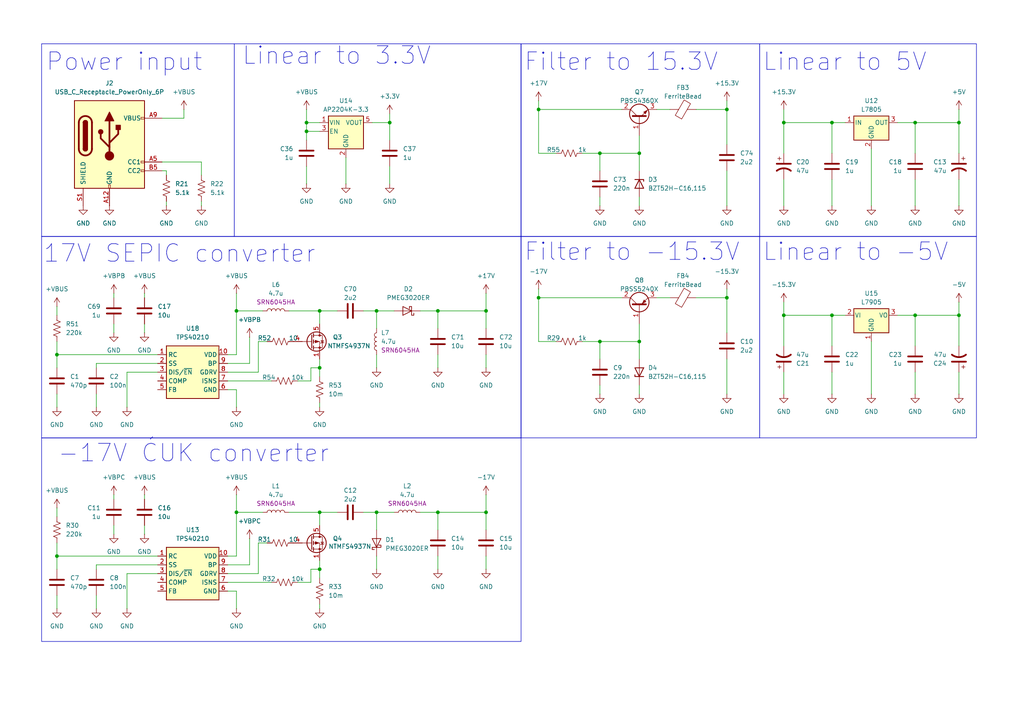
<source format=kicad_sch>
(kicad_sch (version 20231120) (generator "eeschema") (generator_version "8.0")
  (paper "A4")
  (lib_symbols
    (symbol "Connector:USB_C_Receptacle_PowerOnly_6P" (pin_names (offset 1.016))
      (property "Reference" "J" (at 0 16.51 0))
      (property "Value" "USB_C_Receptacle_PowerOnly_6P" (at 0 13.97 0))
      (symbol "USB_C_Receptacle_PowerOnly_6P_1_1"
        (pin passive line (at 0 -17.78 90) (length 5.08) (name "GND") (number "A12"))
        (pin bidirectional line (at 15.24 -5.08 180) (length 5.08) (name "CC1") (number "A5"))
        (pin passive line (at 15.24 7.62 180) (length 5.08) (name "VBUS") (number "A9"))
        (pin passive line (at 0 -17.78 90) (length 5.08) hide (name "GND") (number "B12"))
        (pin bidirectional line (at 15.24 -7.62 180) (length 5.08) (name "CC2") (number "B5"))
        (pin passive line (at 15.24 7.62 180) (length 5.08) hide (name "VBUS") (number "B9"))
        (pin passive line (at -7.62 -17.78 90) (length 5.08) (name "SHIELD") (number "S1"))
      )
    )
    (symbol "Device:C" (pin_numbers hide) (pin_names (offset 0.254))
      (property "Reference" "C" (at 0.635 2.54 0))
      (property "Value" "C" (at 0.635 -2.54 0))
      (symbol "C_1_1"
        (pin passive line (at 0 3.81 270) (length 2.794) (name "~") (number "1"))
        (pin passive line (at 0 -3.81 90) (length 2.794) (name "~") (number "2"))
      )
    )
    (symbol "Device:C_Polarized_US" (pin_numbers hide) (pin_names (offset 0.254) hide)
      (property "Reference" "C" (at 0.635 2.54 0))
      (property "Value" "C_Polarized_US" (at 0.635 -2.54 0))
      (symbol "C_Polarized_US_1_1"
        (pin passive line (at 0 3.81 270) (length 2.794) (name "~") (number "1"))
        (pin passive line (at 0 -3.81 90) (length 3.302) (name "~") (number "2"))
      )
    )
    (symbol "Device:FerriteBead" (pin_numbers hide) (pin_names (offset 0))
      (property "Reference" "FB" (at -3.81 0.635 90))
      (property "Value" "FerriteBead" (at 3.81 0 90))
      (symbol "FerriteBead_1_1"
        (pin passive line (at 0 3.81 270) (length 2.54) (name "~") (number "1"))
        (pin passive line (at 0 -3.81 90) (length 2.54) (name "~") (number "2"))
      )
    )
    (symbol "Device:R_US" (pin_numbers hide) (pin_names (offset 0))
      (property "Reference" "R" (at 2.54 0 90))
      (property "Value" "R_US" (at -2.54 0 90))
      (symbol "R_US_1_1"
        (pin passive line (at 0 3.81 270) (length 1.27) (name "~") (number "1"))
        (pin passive line (at 0 -3.81 90) (length 1.27) (name "~") (number "2"))
      )
    )
    (symbol "Diode:BZV55C62" (pin_numbers hide) (pin_names hide)
      (property "Reference" "D" (at 0 2.54 0))
      (property "Value" "BZV55C62" (at 0 -2.54 0))
      (symbol "BZV55C62_1_1"
        (pin passive line (at -3.81 0 0) (length 2.54) (name "K") (number "1"))
        (pin passive line (at 3.81 0 180) (length 2.54) (name "A") (number "2"))
      )
    )
    (symbol "Diode:PMEG3020ER" (pin_numbers hide) (pin_names hide)
      (property "Reference" "D" (at 0 2.54 0))
      (property "Value" "PMEG3020ER" (at 0 -2.54 0))
      (symbol "PMEG3020ER_1_1"
        (pin passive line (at -3.81 0 0) (length 2.54) (name "K") (number "1"))
        (pin passive line (at 3.81 0 180) (length 2.54) (name "A") (number "2"))
      )
    )
    (symbol "PSG:TPS40210"
      (property "Reference" "U" (at 7.62 3.556 0))
      (property "Value" "TPS40210" (at 7.874 1.27 0))
      (symbol "TPS40210_1_1"
        (pin input line (at -2.54 -2.54 0) (length 2.54) (name "RC") (number "1"))
        (pin input line (at 17.78 -2.54 180) (length 2.54) (name "VDD") (number "10"))
        (pin power_in line (at -2.54 -5.08 0) (length 2.54) (name "SS") (number "2"))
        (pin input line (at -2.54 -7.62 0) (length 2.54) (name "DIS/~{EN}") (number "3"))
        (pin input line (at -2.54 -10.16 0) (length 2.54) (name "COMP") (number "4"))
        (pin input line (at -2.54 -12.7 0) (length 2.54) (name "FB") (number "5"))
        (pin power_in line (at 17.78 -12.7 180) (length 2.54) (name "GND") (number "6"))
        (pin input line (at 17.78 -10.16 180) (length 2.54) (name "ISNS") (number "7"))
        (pin input line (at 17.78 -7.62 180) (length 2.54) (name "GDRV") (number "8"))
        (pin input line (at 17.78 -5.08 180) (length 2.54) (name "BP") (number "9"))
      )
    )
    (symbol "Regulator_Linear:AP2204K-3.3" (pin_names (offset 0.254))
      (property "Reference" "U" (at -5.08 5.715 0))
      (property "Value" "AP2204K-3.3" (at 0 5.715 0))
      (symbol "AP2204K-3.3_1_1"
        (pin power_in line (at -7.62 2.54 0) (length 2.54) (name "VIN") (number "1"))
        (pin power_in line (at 0 -7.62 90) (length 2.54) (name "GND") (number "2"))
        (pin input line (at -7.62 0 0) (length 2.54) (name "EN") (number "3"))
        (pin no_connect line (at 5.08 0 180) (length 2.54) hide (name "NC") (number "4"))
        (pin power_out line (at 7.62 2.54 180) (length 2.54) (name "VOUT") (number "5"))
      )
    )
    (symbol "Regulator_Linear:L7805" (pin_names (offset 0.254))
      (property "Reference" "U" (at -3.81 3.175 0))
      (property "Value" "L7805" (at 0 3.175 0))
      (symbol "L7805_1_1"
        (pin power_in line (at -7.62 0 0) (length 2.54) (name "IN") (number "1"))
        (pin power_in line (at 0 -7.62 90) (length 2.54) (name "GND") (number "2"))
        (pin power_out line (at 7.62 0 180) (length 2.54) (name "OUT") (number "3"))
      )
    )
    (symbol "Regulator_Linear:L7905" (pin_names (offset 0.254))
      (property "Reference" "U" (at -3.81 -3.175 0))
      (property "Value" "L7905" (at 0 -3.175 0))
      (symbol "L7905_1_1"
        (pin power_in line (at 0 7.62 270) (length 2.54) (name "GND") (number "1"))
        (pin power_in line (at -7.62 0 0) (length 2.54) (name "VI") (number "2"))
        (pin power_out line (at 7.62 0 180) (length 2.54) (name "VO") (number "3"))
      )
    )
    (symbol "Transistor_BJT:BCX52" (pin_names (offset 0) hide)
      (property "Reference" "Q" (at 5.08 1.905 0))
      (property "Value" "BCX52" (at 5.08 0 0))
      (symbol "BCX52_1_1"
        (pin input line (at -5.08 0 0) (length 5.08) (name "B") (number "1"))
        (pin passive line (at 2.54 5.08 270) (length 2.54) (name "C") (number "2"))
        (pin passive line (at 2.54 -5.08 90) (length 2.54) (name "E") (number "3"))
      )
    )
    (symbol "Transistor_BJT:KTD1624" (pin_names (offset 0) hide)
      (property "Reference" "Q" (at 5.08 1.905 0))
      (property "Value" "KTD1624" (at 5.08 0 0))
      (symbol "KTD1624_1_1"
        (pin input line (at -5.08 0 0) (length 5.08) (name "B") (number "1"))
        (pin passive line (at 2.54 5.08 270) (length 2.54) (name "C") (number "2"))
        (pin passive line (at 2.54 -5.08 90) (length 2.54) (name "E") (number "3"))
      )
    )
    (symbol "Transistor_FET:DMP3013SFV" (pin_names hide)
      (property "Reference" "Q" (at 5.08 1.905 0))
      (property "Value" "DMP3013SFV" (at 5.08 0 0))
      (symbol "DMP3013SFV_1_1"
        (pin passive line (at 2.54 -5.08 90) (length 2.54) (name "S") (number "1"))
        (pin passive line (at 2.54 -5.08 90) (length 2.54) hide (name "S") (number "2"))
        (pin passive line (at 2.54 -5.08 90) (length 2.54) hide (name "S") (number "3"))
        (pin passive line (at -5.08 0 0) (length 2.54) (name "G") (number "4"))
        (pin passive line (at 2.54 5.08 270) (length 2.54) (name "D") (number "5"))
      )
    )
    (symbol "power:+10V" (power) (pin_numbers hide) (pin_names (offset 0) hide)
      (property "Value" "+10V" (at 0 3.556 0))
      (symbol "+10V_1_1"
        (pin power_in line (at 0 0 90) (length 0) (name "~") (number "1"))
      )
    )
    (symbol "power:+5V" (power) (pin_numbers hide) (pin_names (offset 0) hide)
      (property "Value" "+5V" (at 0 3.556 0))
      (symbol "+5V_1_1"
        (pin power_in line (at 0 0 90) (length 0) (name "~") (number "1"))
      )
    )
    (symbol "power:GND" (power) (pin_numbers hide) (pin_names (offset 0) hide)
      (property "Value" "GND" (at 0 -3.81 0))
      (symbol "GND_1_1"
        (pin power_in line (at 0 0 270) (length 0) (name "~") (number "1"))
      )
    )
    (symbol "solar_push_pull_sym_lib:SRN6045HA-4R7Y" (pin_numbers hide) (pin_names (offset 1.016) hide)
      (property "Reference" "L1" (at 5.08 0 90))
      (property "Value" "4.7u" (at 2.54 0 90))
      (property "Partname" "SRN6045HA" (at -2.54 0 90))
      (symbol "SRN6045HA-4R7Y_1_1"
        (pin passive line (at 0 3.81 270) (length 1.27) (name "1") (number "1"))
        (pin passive line (at 0 -3.81 90) (length 1.27) (name "2") (number "2"))
      )
    )
  )
  (junction (at 227.33 35.56))
  (junction (at 185.42 99.06))
  (junction (at 265.43 91.44))
  (junction (at 68.58 148.59))
  (junction (at 140.97 90.17))
  (junction (at 92.71 148.59))
  (junction (at 241.3 91.44))
  (junction (at 113.03 35.56))
  (junction (at 92.71 165.1))
  (junction (at 88.9 38.1))
  (junction (at 92.71 90.17))
  (junction (at 127 90.17))
  (junction (at 127 148.59))
  (junction (at 68.58 90.17))
  (junction (at 241.3 35.56))
  (junction (at 140.97 148.59))
  (junction (at 156.21 86.36))
  (junction (at 210.82 86.36))
  (junction (at 109.22 148.59))
  (junction (at 278.13 35.56))
  (junction (at 185.42 44.45))
  (junction (at 278.13 91.44))
  (junction (at 88.9 35.56))
  (junction (at 173.99 99.06))
  (junction (at 92.71 106.68))
  (junction (at 16.51 161.29))
  (junction (at 210.82 31.75))
  (junction (at 156.21 31.75))
  (junction (at 173.99 44.45))
  (junction (at 227.33 91.44))
  (junction (at 109.22 90.17))
  (junction (at 265.43 35.56))
  (junction (at 16.51 102.87))
  (wire (pts (xy 241.3 91.44) (xy 245.11 91.44)))
  (wire (pts (xy 68.58 113.03) (xy 66.04 113.03)))
  (wire (pts (xy 185.42 49.53) (xy 185.42 44.45)))
  (wire (pts (xy 210.82 29.21) (xy 210.82 31.75)))
  (wire (pts (xy 127 90.17) (xy 140.97 90.17)))
  (wire (pts (xy 92.71 148.59) (xy 92.71 152.4)))
  (wire (pts (xy 109.22 148.59) (xy 109.22 153.67)))
  (wire (pts (xy 16.51 99.06) (xy 16.51 102.87)))
  (wire (pts (xy 227.33 35.56) (xy 227.33 44.45)))
  (wire (pts (xy 88.9 48.26) (xy 88.9 53.34)))
  (wire (pts (xy 92.71 106.68) (xy 92.71 109.22)))
  (wire (pts (xy 48.26 50.8) (xy 48.26 49.53)))
  (wire (pts (xy 107.95 35.56) (xy 113.03 35.56)))
  (wire (pts (xy 16.51 88.9) (xy 16.51 91.44)))
  (wire (pts (xy 53.34 31.75) (xy 53.34 34.29)))
  (wire (pts (xy 127 148.59) (xy 140.97 148.59)))
  (wire (pts (xy 100.33 53.34) (xy 100.33 45.72)))
  (wire (pts (xy 16.51 102.87) (xy 45.72 102.87)))
  (wire (pts (xy 58.42 59.69) (xy 58.42 58.42)))
  (wire (pts (xy 53.34 34.29) (xy 46.99 34.29)))
  (wire (pts (xy 68.58 90.17) (xy 76.2 90.17)))
  (wire (pts (xy 113.03 33.02) (xy 113.03 35.56)))
  (wire (pts (xy 265.43 35.56) (xy 265.43 44.45)))
  (wire (pts (xy 241.3 114.3) (xy 241.3 107.95)))
  (wire (pts (xy 265.43 52.07) (xy 265.43 59.69)))
  (wire (pts (xy 278.13 114.3) (xy 278.13 107.95)))
  (wire (pts (xy 74.93 99.06) (xy 74.93 107.95)))
  (wire (pts (xy 48.26 49.53) (xy 46.99 49.53)))
  (wire (pts (xy 72.39 97.79) (xy 72.39 105.41)))
  (wire (pts (xy 241.3 91.44) (xy 241.3 100.33)))
  (wire (pts (xy 90.17 110.49) (xy 86.36 110.49)))
  (wire (pts (xy 278.13 31.75) (xy 278.13 35.56)))
  (wire (pts (xy 156.21 86.36) (xy 180.34 86.36)))
  (wire (pts (xy 227.33 91.44) (xy 227.33 100.33)))
  (wire (pts (xy 36.83 166.37) (xy 45.72 166.37)))
  (wire (pts (xy 88.9 35.56) (xy 92.71 35.56)))
  (wire (pts (xy 210.82 86.36) (xy 210.82 96.52)))
  (wire (pts (xy 68.58 148.59) (xy 76.2 148.59)))
  (wire (pts (xy 156.21 83.82) (xy 156.21 86.36)))
  (wire (pts (xy 36.83 176.53) (xy 36.83 166.37)))
  (wire (pts (xy 210.82 83.82) (xy 210.82 86.36)))
  (wire (pts (xy 68.58 102.87) (xy 66.04 102.87)))
  (wire (pts (xy 185.42 59.69) (xy 185.42 57.15)))
  (wire (pts (xy 210.82 104.14) (xy 210.82 114.3)))
  (wire (pts (xy 127 102.87) (xy 127 106.68)))
  (wire (pts (xy 88.9 38.1) (xy 88.9 35.56)))
  (wire (pts (xy 41.91 93.98) (xy 41.91 96.52)))
  (wire (pts (xy 83.82 90.17) (xy 92.71 90.17)))
  (wire (pts (xy 92.71 165.1) (xy 92.71 167.64)))
  (wire (pts (xy 190.5 31.75) (xy 194.31 31.75)))
  (wire (pts (xy 92.71 176.53) (xy 92.71 175.26)))
  (wire (pts (xy 109.22 102.87) (xy 109.22 106.68)))
  (wire (pts (xy 92.71 104.14) (xy 92.71 106.68)))
  (wire (pts (xy 185.42 104.14) (xy 185.42 99.06)))
  (wire (pts (xy 278.13 59.69) (xy 278.13 52.07)))
  (wire (pts (xy 90.17 165.1) (xy 92.71 165.1)))
  (wire (pts (xy 140.97 161.29) (xy 140.97 165.1)))
  (wire (pts (xy 260.35 91.44) (xy 265.43 91.44)))
  (wire (pts (xy 156.21 31.75) (xy 180.34 31.75)))
  (wire (pts (xy 27.94 105.41) (xy 27.94 106.68)))
  (wire (pts (xy 68.58 85.09) (xy 68.58 90.17)))
  (wire (pts (xy 140.97 148.59) (xy 140.97 153.67)))
  (wire (pts (xy 90.17 106.68) (xy 92.71 106.68)))
  (wire (pts (xy 109.22 148.59) (xy 114.3 148.59)))
  (wire (pts (xy 88.9 38.1) (xy 88.9 40.64)))
  (wire (pts (xy 127 90.17) (xy 127 95.25)))
  (wire (pts (xy 58.42 46.99) (xy 58.42 50.8)))
  (wire (pts (xy 33.02 93.98) (xy 33.02 96.52)))
  (wire (pts (xy 46.99 46.99) (xy 58.42 46.99)))
  (wire (pts (xy 127 161.29) (xy 127 165.1)))
  (wire (pts (xy 83.82 148.59) (xy 92.71 148.59)))
  (wire (pts (xy 252.73 43.18) (xy 252.73 59.69)))
  (wire (pts (xy 278.13 91.44) (xy 278.13 100.33)))
  (wire (pts (xy 16.51 147.32) (xy 16.51 149.86)))
  (wire (pts (xy 66.04 168.91) (xy 78.74 168.91)))
  (wire (pts (xy 185.42 114.3) (xy 185.42 111.76)))
  (wire (pts (xy 66.04 110.49) (xy 78.74 110.49)))
  (wire (pts (xy 227.33 114.3) (xy 227.33 107.95)))
  (wire (pts (xy 16.51 172.72) (xy 16.51 176.53)))
  (wire (pts (xy 168.91 44.45) (xy 173.99 44.45)))
  (wire (pts (xy 33.02 85.09) (xy 33.02 86.36)))
  (wire (pts (xy 227.33 59.69) (xy 227.33 52.07)))
  (wire (pts (xy 121.92 90.17) (xy 127 90.17)))
  (wire (pts (xy 185.42 44.45) (xy 185.42 39.37)))
  (wire (pts (xy 36.83 118.11) (xy 36.83 107.95)))
  (wire (pts (xy 173.99 44.45) (xy 173.99 49.53)))
  (wire (pts (xy 92.71 148.59) (xy 97.79 148.59)))
  (wire (pts (xy 90.17 168.91) (xy 86.36 168.91)))
  (wire (pts (xy 168.91 99.06) (xy 173.99 99.06)))
  (wire (pts (xy 260.35 35.56) (xy 265.43 35.56)))
  (wire (pts (xy 210.82 31.75) (xy 210.82 41.91)))
  (wire (pts (xy 68.58 118.11) (xy 68.58 113.03)))
  (wire (pts (xy 227.33 31.75) (xy 227.33 35.56)))
  (wire (pts (xy 16.51 114.3) (xy 16.51 118.11)))
  (wire (pts (xy 265.43 107.95) (xy 265.43 114.3)))
  (wire (pts (xy 210.82 49.53) (xy 210.82 59.69)))
  (wire (pts (xy 74.93 107.95) (xy 66.04 107.95)))
  (wire (pts (xy 156.21 31.75) (xy 156.21 44.45)))
  (wire (pts (xy 92.71 90.17) (xy 92.71 93.98)))
  (wire (pts (xy 173.99 59.69) (xy 173.99 57.15)))
  (wire (pts (xy 278.13 35.56) (xy 278.13 44.45)))
  (wire (pts (xy 140.97 90.17) (xy 140.97 95.25)))
  (wire (pts (xy 68.58 171.45) (xy 66.04 171.45)))
  (wire (pts (xy 68.58 176.53) (xy 68.58 171.45)))
  (wire (pts (xy 113.03 48.26) (xy 113.03 53.34)))
  (wire (pts (xy 140.97 85.09) (xy 140.97 90.17)))
  (wire (pts (xy 45.72 163.83) (xy 27.94 163.83)))
  (wire (pts (xy 36.83 107.95) (xy 45.72 107.95)))
  (wire (pts (xy 41.91 152.4) (xy 41.91 154.94)))
  (wire (pts (xy 173.99 99.06) (xy 173.99 104.14)))
  (wire (pts (xy 92.71 118.11) (xy 92.71 116.84)))
  (wire (pts (xy 92.71 162.56) (xy 92.71 165.1)))
  (wire (pts (xy 278.13 87.63) (xy 278.13 91.44)))
  (wire (pts (xy 68.58 143.51) (xy 68.58 148.59)))
  (wire (pts (xy 109.22 90.17) (xy 114.3 90.17)))
  (wire (pts (xy 161.29 99.06) (xy 156.21 99.06)))
  (wire (pts (xy 241.3 35.56) (xy 241.3 44.45)))
  (wire (pts (xy 27.94 163.83) (xy 27.94 165.1)))
  (wire (pts (xy 92.71 90.17) (xy 97.79 90.17)))
  (wire (pts (xy 227.33 35.56) (xy 241.3 35.56)))
  (wire (pts (xy 190.5 86.36) (xy 194.31 86.36)))
  (wire (pts (xy 27.94 172.72) (xy 27.94 176.53)))
  (wire (pts (xy 156.21 86.36) (xy 156.21 99.06)))
  (wire (pts (xy 16.51 157.48) (xy 16.51 161.29)))
  (wire (pts (xy 72.39 156.21) (xy 72.39 163.83)))
  (wire (pts (xy 140.97 102.87) (xy 140.97 106.68)))
  (wire (pts (xy 278.13 35.56) (xy 265.43 35.56)))
  (wire (pts (xy 74.93 157.48) (xy 77.47 157.48)))
  (wire (pts (xy 127 148.59) (xy 127 153.67)))
  (wire (pts (xy 41.91 143.51) (xy 41.91 144.78)))
  (wire (pts (xy 90.17 106.68) (xy 90.17 110.49)))
  (wire (pts (xy 33.02 143.51) (xy 33.02 144.78)))
  (wire (pts (xy 241.3 35.56) (xy 245.11 35.56)))
  (wire (pts (xy 90.17 165.1) (xy 90.17 168.91)))
  (wire (pts (xy 156.21 29.21) (xy 156.21 31.75)))
  (wire (pts (xy 109.22 90.17) (xy 109.22 95.25)))
  (wire (pts (xy 33.02 152.4) (xy 33.02 154.94)))
  (wire (pts (xy 92.71 38.1) (xy 88.9 38.1)))
  (wire (pts (xy 278.13 91.44) (xy 265.43 91.44)))
  (wire (pts (xy 74.93 166.37) (xy 66.04 166.37)))
  (wire (pts (xy 265.43 91.44) (xy 265.43 100.33)))
  (wire (pts (xy 68.58 90.17) (xy 68.58 102.87)))
  (wire (pts (xy 185.42 44.45) (xy 173.99 44.45)))
  (wire (pts (xy 241.3 59.69) (xy 241.3 52.07)))
  (wire (pts (xy 72.39 163.83) (xy 66.04 163.83)))
  (wire (pts (xy 68.58 161.29) (xy 66.04 161.29)))
  (wire (pts (xy 252.73 99.06) (xy 252.73 114.3)))
  (wire (pts (xy 27.94 114.3) (xy 27.94 118.11)))
  (wire (pts (xy 109.22 161.29) (xy 109.22 165.1)))
  (wire (pts (xy 41.91 85.09) (xy 41.91 86.36)))
  (wire (pts (xy 185.42 99.06) (xy 185.42 93.98)))
  (wire (pts (xy 74.93 157.48) (xy 74.93 166.37)))
  (wire (pts (xy 201.93 31.75) (xy 210.82 31.75)))
  (wire (pts (xy 140.97 143.51) (xy 140.97 148.59)))
  (wire (pts (xy 16.51 161.29) (xy 16.51 165.1)))
  (wire (pts (xy 68.58 148.59) (xy 68.58 161.29)))
  (wire (pts (xy 16.51 102.87) (xy 16.51 106.68)))
  (wire (pts (xy 113.03 40.64) (xy 113.03 35.56)))
  (wire (pts (xy 185.42 99.06) (xy 173.99 99.06)))
  (wire (pts (xy 227.33 91.44) (xy 241.3 91.44)))
  (wire (pts (xy 88.9 31.75) (xy 88.9 35.56)))
  (wire (pts (xy 45.72 105.41) (xy 27.94 105.41)))
  (wire (pts (xy 161.29 44.45) (xy 156.21 44.45)))
  (wire (pts (xy 105.41 148.59) (xy 109.22 148.59)))
  (wire (pts (xy 72.39 105.41) (xy 66.04 105.41)))
  (wire (pts (xy 227.33 87.63) (xy 227.33 91.44)))
  (wire (pts (xy 48.26 59.69) (xy 48.26 58.42)))
  (wire (pts (xy 16.51 161.29) (xy 45.72 161.29)))
  (wire (pts (xy 74.93 99.06) (xy 77.47 99.06)))
  (wire (pts (xy 201.93 86.36) (xy 210.82 86.36)))
  (wire (pts (xy 105.41 90.17) (xy 109.22 90.17)))
  (wire (pts (xy 121.92 148.59) (xy 127 148.59)))
  (wire (pts (xy 173.99 114.3) (xy 173.99 111.76)))
  (rectangle (start 151.13 68.58) (end 220.345 127))
  (rectangle (start 220.345 12.7) (end 283.21 68.58))
  (rectangle (start 220.345 68.58) (end 283.21 127))
  (rectangle (start 12.065 127) (end 151.13 186.055))
  (rectangle (start 151.13 12.7) (end 220.345 68.58))
  (rectangle (start 12.065 12.7) (end 67.945 68.58))
  (rectangle (start 12.065 68.58) (end 151.13 127))
  (rectangle (start 67.945 12.7) (end 151.13 68.58))
  (text "Filter to 15.3V\n" (at 151.892 18.034 0) (effects (font (size 5.08 5.08)) (justify left)))
  (text "Linear to 5V" (at 221.107 18.034 0) (effects (font (size 5.08 5.08)) (justify left)))
  (text "Linear to -5V" (at 221.107 73.152 0) (effects (font (size 5.08 5.08)) (justify left)))
  (text "-17V ĆUK converter" (at 56.134 131.572 0) (effects (font (size 5.08 5.08))))
  (text "Filter to -15.3V" (at 151.892 73.152 0) (effects (font (size 5.08 5.08)) (justify left)))
  (text "17V SEPIC converter" (at 52.07 73.66 0) (effects (font (size 5.08 5.08))))
  (text "Power input\n" (at 36.068 18.034 0) (effects (font (size 5.08 5.08))))
  (text "Linear to 3.3V" (at 70.104 16.256 0) (effects (font (size 5.08 5.08)) (justify left)))
  (symbol (lib_id "Diode:BZV55C62") (at 185.42 53.34 270) (unit 1)
    (property "Reference" "D3" (at 187.96 52.0699 90) (effects (justify left)))
    (property "Value" "BZT52H-C16,115" (at 187.96 54.6099 90) (effects (justify left)))
    (property "Footprint" "Diode_SMD:D_SOD-123F" (effects (hide yes)))
    (property "Datasheet" "https://assets.nexperia.com/documents/data-sheet/BZV55_SER.pdf" (effects (hide yes)))
    (property "Description" "62V, 500mW, 5%, Zener diode, MiniMELF" (effects (hide yes)))
  )
  (symbol (lib_id "power:+5V") (at 72.39 97.79 0) (unit 1)
    (property "Reference" "#PWR0178" (effects (hide yes)))
    (property "Value" "+VBPB" (at 72.39 92.71 0))
    (property "Description" "Power symbol creates a global label with name \"+5V\"" (effects (hide yes)))
  )
  (symbol (lib_id "power:+5V") (at 156.21 83.82 0) (unit 1)
    (property "Reference" "#PWR051" (effects (hide yes)))
    (property "Value" "-17V" (at 156.21 78.74 0))
    (property "Description" "Power symbol creates a global label with name \"+5V\"" (effects (hide yes)))
  )
  (symbol (lib_id "Device:C") (at 265.43 48.26 0) (unit 1)
    (property "Reference" "C18" (at 261.62 46.99 0) (effects (justify right)))
    (property "Value" "1u" (at 261.62 49.53 0) (effects (justify right)))
    (property "Footprint" "Resistor_SMD:R_0603_1608Metric_Pad0.98x0.95mm_HandSolder" (effects (hide yes)))
  )
  (symbol (lib_id "Device:R_US") (at 48.26 54.61 180) (unit 1)
    (property "Reference" "R21" (at 50.8 53.3399 0) (effects (justify right)))
    (property "Value" "5.1k" (at 50.8 55.8799 0) (effects (justify right)))
    (property "Footprint" "Resistor_SMD:R_0603_1608Metric_Pad0.98x0.95mm_HandSolder" (effects (hide yes)))
    (property "Description" "Resistor, US symbol" (effects (hide yes)))
  )
  (symbol (lib_id "power:GND") (at 16.51 118.11 0) (unit 1)
    (property "Reference" "#PWR01" (effects (hide yes)))
    (property "Value" "GND" (at 16.51 123.19 0))
    (property "Description" "Power symbol creates a global label with name \"GND\" , ground" (effects (hide yes)))
  )
  (symbol (lib_id "Device:C") (at 210.82 45.72 180) (unit 1)
    (property "Reference" "C74" (at 214.63 44.4499 0) (effects (justify right)))
    (property "Value" "2u2" (at 214.63 46.9899 0) (effects (justify right)))
    (property "Footprint" "Resistor_SMD:R_1206_3216Metric_Pad1.30x1.75mm_HandSolder" (effects (hide yes)))
  )
  (symbol (lib_id "power:GND") (at 241.3 114.3 0) (unit 1)
    (property "Reference" "#PWR078" (effects (hide yes)))
    (property "Value" "GND" (at 241.3 119.38 0))
    (property "Description" "Power symbol creates a global label with name \"GND\" , ground" (effects (hide yes)))
  )
  (symbol (lib_id "power:+5V") (at 68.58 85.09 0) (unit 1)
    (property "Reference" "#PWR03" (effects (hide yes)))
    (property "Value" "+VBUS" (at 68.58 80.01 0))
    (property "Description" "Power symbol creates a global label with name \"+5V\"" (effects (hide yes)))
  )
  (symbol (lib_id "Device:C") (at 241.3 104.14 0) (mirror y) (unit 1)
    (property "Reference" "C22" (at 245.11 102.87 0) (effects (justify right)))
    (property "Value" "1u" (at 245.11 105.41 0) (effects (justify right)))
    (property "Footprint" "Resistor_SMD:R_0603_1608Metric_Pad0.98x0.95mm_HandSolder" (effects (hide yes)))
  )
  (symbol (lib_id "power:+5V") (at 140.97 85.09 0) (unit 1)
    (property "Reference" "#PWR0185" (effects (hide yes)))
    (property "Value" "+17V" (at 140.97 80.01 0))
    (property "Description" "Power symbol creates a global label with name \"+5V\"" (effects (hide yes)))
  )
  (symbol (lib_id "Regulator_Linear:AP2204K-3.3") (at 100.33 38.1 0) (unit 1)
    (property "Reference" "U14" (at 100.33 29.21 0))
    (property "Value" "AP2204K-3.3" (at 100.33 31.75 0))
    (property "Footprint" "Package_TO_SOT_SMD:SOT-23-5" (effects (hide yes)))
    (property "Datasheet" "https://www.diodes.com/assets/Datasheets/AP2204.pdf" (effects (hide yes)))
    (property "Description" "150mA low dropout linear regulator, wide input voltage range, 3.3V fixed positive output, SOT-23-5" (effects (hide yes)))
  )
  (symbol (lib_id "power:GND") (at 173.99 114.3 0) (unit 1)
    (property "Reference" "#PWR052" (effects (hide yes)))
    (property "Value" "GND" (at 173.99 119.38 0))
    (property "Description" "Power symbol creates a global label with name \"GND\" , ground" (effects (hide yes)))
  )
  (symbol (lib_id "Device:C") (at 88.9 44.45 0) (unit 1)
    (property "Reference" "C36" (at 85.09 43.18 0) (effects (justify right)))
    (property "Value" "1u" (at 85.09 45.72 0) (effects (justify right)))
    (property "Footprint" "Resistor_SMD:R_0603_1608Metric_Pad0.98x0.95mm_HandSolder" (effects (hide yes)))
  )
  (symbol (lib_id "Device:C") (at 27.94 168.91 0) (unit 1)
    (property "Reference" "C8" (at 31.75 167.6399 0) (effects (justify left)))
    (property "Value" "100n" (at 31.75 170.1799 0) (effects (justify left)))
    (property "Footprint" "Resistor_SMD:R_0603_1608Metric_Pad0.98x0.95mm_HandSolder" (effects (hide yes)))
  )
  (symbol (lib_id "Device:C") (at 140.97 99.06 0) (mirror y) (unit 1)
    (property "Reference" "C72" (at 144.78 97.7899 0) (effects (justify right)))
    (property "Value" "10u" (at 144.78 100.3299 0) (effects (justify right)))
    (property "Footprint" "Resistor_SMD:R_1206_3216Metric" (effects (hide yes)))
  )
  (symbol (lib_id "power:+5V") (at 88.9 31.75 0) (unit 1)
    (property "Reference" "#PWR039" (effects (hide yes)))
    (property "Value" "+VBUS" (at 88.9 26.67 0))
    (property "Description" "Power symbol creates a global label with name \"+5V\"" (effects (hide yes)))
  )
  (symbol (lib_id "power:GND") (at 185.42 59.69 0) (unit 1)
    (property "Reference" "#PWR0188" (effects (hide yes)))
    (property "Value" "GND" (at 185.42 64.77 0))
    (property "Description" "Power symbol creates a global label with name \"GND\" , ground" (effects (hide yes)))
  )
  (symbol (lib_id "power:+5V") (at 53.34 31.75 0) (unit 1)
    (property "Reference" "#PWR035" (effects (hide yes)))
    (property "Value" "+VBUS" (at 53.34 26.67 0))
    (property "Description" "Power symbol creates a global label with name \"+5V\"" (effects (hide yes)))
  )
  (symbol (lib_id "power:GND") (at 41.91 96.52 0) (unit 1)
    (property "Reference" "#PWR0192" (effects (hide yes)))
    (property "Value" "GND" (at 41.91 101.6 0))
    (property "Description" "Power symbol creates a global label with name \"GND\" , ground" (effects (hide yes)))
  )
  (symbol (lib_id "Device:C") (at 41.91 148.59 0) (mirror y) (unit 1)
    (property "Reference" "C16" (at 45.72 147.3199 0) (effects (justify right)))
    (property "Value" "10u" (at 45.72 149.8599 0) (effects (justify right)))
    (property "Footprint" "Resistor_SMD:R_1206_3216Metric" (effects (hide yes)))
  )
  (symbol (lib_id "Device:C") (at 41.91 90.17 0) (mirror y) (unit 1)
    (property "Reference" "C17" (at 45.72 88.8999 0) (effects (justify right)))
    (property "Value" "10u" (at 45.72 91.4399 0) (effects (justify right)))
    (property "Footprint" "Resistor_SMD:R_1206_3216Metric" (effects (hide yes)))
  )
  (symbol (lib_id "power:+5V") (at 33.02 85.09 0) (unit 1)
    (property "Reference" "#PWR0179" (effects (hide yes)))
    (property "Value" "+VBPB" (at 33.02 80.01 0))
    (property "Description" "Power symbol creates a global label with name \"+5V\"" (effects (hide yes)))
  )
  (symbol (lib_id "power:GND") (at 210.82 114.3 0) (unit 1)
    (property "Reference" "#PWR090" (effects (hide yes)))
    (property "Value" "GND" (at 210.82 119.38 0))
    (property "Description" "Power symbol creates a global label with name \"GND\" , ground" (effects (hide yes)))
  )
  (symbol (lib_id "power:GND") (at 109.22 106.68 0) (unit 1)
    (property "Reference" "#PWR0182" (effects (hide yes)))
    (property "Value" "GND" (at 109.22 111.76 0))
    (property "Description" "Power symbol creates a global label with name \"GND\" , ground" (effects (hide yes)))
  )
  (symbol (lib_id "power:+5V") (at 72.39 156.21 0) (unit 1)
    (property "Reference" "#PWR091" (effects (hide yes)))
    (property "Value" "+VBPC" (at 72.39 151.13 0))
    (property "Description" "Power symbol creates a global label with name \"+5V\"" (effects (hide yes)))
  )
  (symbol (lib_id "power:GND") (at 31.75 59.69 0) (unit 1)
    (property "Reference" "#PWR033" (effects (hide yes)))
    (property "Value" "GND" (at 31.75 64.77 0))
    (property "Description" "Power symbol creates a global label with name \"GND\" , ground" (effects (hide yes)))
  )
  (symbol (lib_id "Device:C") (at 33.02 148.59 0) (unit 1)
    (property "Reference" "C11" (at 29.21 147.32 0) (effects (justify right)))
    (property "Value" "1u" (at 29.21 149.86 0) (effects (justify right)))
    (property "Footprint" "Resistor_SMD:R_0603_1608Metric_Pad0.98x0.95mm_HandSolder" (effects (hide yes)))
  )
  (symbol (lib_id "Device:R_US") (at 81.28 99.06 270) (unit 1)
    (property "Reference" "R52" (at 76.708 98.044 90))
    (property "Value" "10" (at 85.09 98.044 90))
    (property "Footprint" "Resistor_SMD:R_0603_1608Metric_Pad0.98x0.95mm_HandSolder" (effects (hide yes)))
    (property "Description" "Resistor, US symbol" (effects (hide yes)))
  )
  (symbol (lib_id "power:+5V") (at 16.51 147.32 0) (unit 1)
    (property "Reference" "#PWR046" (effects (hide yes)))
    (property "Value" "+VBUS" (at 16.51 142.24 0))
    (property "Description" "Power symbol creates a global label with name \"+5V\"" (effects (hide yes)))
  )
  (symbol (lib_id "power:+5V") (at 210.82 29.21 0) (unit 1)
    (property "Reference" "#PWR0187" (effects (hide yes)))
    (property "Value" "+15.3V" (at 210.82 24.13 0))
    (property "Description" "Power symbol creates a global label with name \"+5V\"" (effects (hide yes)))
  )
  (symbol (lib_id "Device:C") (at 173.99 53.34 0) (mirror y) (unit 1)
    (property "Reference" "C73" (at 177.8 52.0699 0) (effects (justify right)))
    (property "Value" "220n" (at 177.8 54.6099 0) (effects (justify right)))
    (property "Footprint" "Resistor_SMD:R_0603_1608Metric_Pad0.98x0.95mm_HandSolder" (effects (hide yes)))
  )
  (symbol (lib_id "power:GND") (at 185.42 114.3 0) (unit 1)
    (property "Reference" "#PWR088" (effects (hide yes)))
    (property "Value" "GND" (at 185.42 119.38 0))
    (property "Description" "Power symbol creates a global label with name \"GND\" , ground" (effects (hide yes)))
  )
  (symbol (lib_id "Device:R_US") (at 82.55 168.91 270) (unit 1)
    (property "Reference" "R32" (at 77.978 167.894 90))
    (property "Value" "10k" (at 86.36 167.894 90))
    (property "Footprint" "Resistor_SMD:R_0603_1608Metric_Pad0.98x0.95mm_HandSolder" (effects (hide yes)))
    (property "Description" "Resistor, US symbol" (effects (hide yes)))
  )
  (symbol (lib_id "power:GND") (at 241.3 59.69 0) (unit 1)
    (property "Reference" "#PWR084" (effects (hide yes)))
    (property "Value" "GND" (at 241.3 64.77 0))
    (property "Description" "Power symbol creates a global label with name \"GND\" , ground" (effects (hide yes)))
  )
  (symbol (lib_id "power:GND") (at 88.9 53.34 0) (unit 1)
    (property "Reference" "#PWR0104" (effects (hide yes)))
    (property "Value" "GND" (at 88.9 58.42 0))
    (property "Description" "Power symbol creates a global label with name \"GND\" , ground" (effects (hide yes)))
  )
  (symbol (lib_id "Device:FerriteBead") (at 198.12 31.75 90) (unit 1)
    (property "Reference" "FB3" (at 198.0692 25.4 90))
    (property "Value" "FerriteBead" (at 198.0692 27.94 90))
    (property "Description" "Ferrite bead" (effects (hide yes)))
  )
  (symbol (lib_id "Regulator_Linear:L7805") (at 252.73 35.56 0) (unit 1)
    (property "Reference" "U12" (at 252.73 29.21 0))
    (property "Value" "L7805" (at 252.73 31.75 0))
    (property "Footprint" "Package_TO_SOT_THT:TO-220-3_Vertical" (effects (hide yes)))
    (property "Datasheet" "http://www.st.com/content/ccc/resource/technical/document/datasheet/41/4f/b3/b0/12/d4/47/88/CD00000444.pdf/files/CD00000444.pdf/jcr:content/translations/en.CD00000444.pdf" (effects (hide yes)))
    (property "Description" "Positive 1.5A 35V Linear Regulator, Fixed Output 5V, TO-220/TO-263/TO-252" (effects (hide yes)))
  )
  (symbol (lib_id "Diode:BZV55C62") (at 185.42 107.95 90) (unit 1)
    (property "Reference" "D4" (at 187.96 106.6799 90) (effects (justify right)))
    (property "Value" "BZT52H-C16,115" (at 187.96 109.2199 90) (effects (justify right)))
    (property "Footprint" "Diode_SMD:D_SOD-123F" (effects (hide yes)))
    (property "Datasheet" "https://assets.nexperia.com/documents/data-sheet/BZV55_SER.pdf" (effects (hide yes)))
    (property "Description" "62V, 500mW, 5%, Zener diode, MiniMELF" (effects (hide yes)))
  )
  (symbol (lib_id "power:GND") (at 210.82 59.69 0) (unit 1)
    (property "Reference" "#PWR0189" (effects (hide yes)))
    (property "Value" "GND" (at 210.82 64.77 0))
    (property "Description" "Power symbol creates a global label with name \"GND\" , ground" (effects (hide yes)))
  )
  (symbol (lib_id "power:GND") (at 227.33 114.3 0) (unit 1)
    (property "Reference" "#PWR077" (effects (hide yes)))
    (property "Value" "GND" (at 227.33 119.38 0))
    (property "Description" "Power symbol creates a global label with name \"GND\" , ground" (effects (hide yes)))
  )
  (symbol (lib_id "Device:FerriteBead") (at 198.12 86.36 90) (unit 1)
    (property "Reference" "FB4" (at 198.0692 80.01 90))
    (property "Value" "FerriteBead" (at 198.0692 82.55 90))
    (property "Description" "Ferrite bead" (effects (hide yes)))
  )
  (symbol (lib_id "Device:C") (at 241.3 48.26 0) (mirror y) (unit 1)
    (property "Reference" "C19" (at 245.11 46.99 0) (effects (justify right)))
    (property "Value" "1u" (at 245.11 49.53 0) (effects (justify right)))
    (property "Footprint" "Resistor_SMD:R_0603_1608Metric_Pad0.98x0.95mm_HandSolder" (effects (hide yes)))
  )
  (symbol (lib_id "Diode:PMEG3020ER") (at 109.22 157.48 90) (unit 1)
    (property "Reference" "D1" (at 111.76 156.5274 90) (effects (justify right)))
    (property "Value" "PMEG3020ER" (at 111.76 159.0674 90) (effects (justify right)))
    (property "Footprint" "Diode_SMD:D_SOD-128" (effects (hide yes)))
    (property "Datasheet" "https://assets.nexperia.com/documents/data-sheet/PMEG3020ER.pdf" (effects (hide yes)))
    (property "Description" "30V, 2A low Vf MEGA Schottky barrier rectifier, SOD-123W" (effects (hide yes)))
  )
  (symbol (lib_id "power:GND") (at 278.13 59.69 0) (unit 1)
    (property "Reference" "#PWR087" (effects (hide yes)))
    (property "Value" "GND" (at 278.13 64.77 0))
    (property "Description" "Power symbol creates a global label with name \"GND\" , ground" (effects (hide yes)))
  )
  (symbol (lib_id "power:+5V") (at 227.33 87.63 0) (unit 1)
    (property "Reference" "#PWR038" (effects (hide yes)))
    (property "Value" "-15.3V" (at 227.33 82.55 0))
    (property "Description" "Power symbol creates a global label with name \"+5V\"" (effects (hide yes)))
  )
  (symbol (lib_id "Device:C") (at 127 99.06 0) (mirror y) (unit 1)
    (property "Reference" "C71" (at 130.81 97.7899 0) (effects (justify right)))
    (property "Value" "10u" (at 130.81 100.3299 0) (effects (justify right)))
    (property "Footprint" "Resistor_SMD:R_1206_3216Metric" (effects (hide yes)))
  )
  (symbol (lib_id "Device:R_US") (at 165.1 99.06 270) (unit 1)
    (property "Reference" "R29" (at 160.528 98.044 90))
    (property "Value" "1k" (at 168.91 98.044 90))
    (property "Footprint" "Resistor_SMD:R_0603_1608Metric_Pad0.98x0.95mm_HandSolder" (effects (hide yes)))
    (property "Description" "Resistor, US symbol" (effects (hide yes)))
  )
  (symbol (lib_id "power:GND") (at 16.51 176.53 0) (unit 1)
    (property "Reference" "#PWR047" (effects (hide yes)))
    (property "Value" "GND" (at 16.51 181.61 0))
    (property "Description" "Power symbol creates a global label with name \"GND\" , ground" (effects (hide yes)))
  )
  (symbol (lib_id "power:GND") (at 27.94 176.53 0) (unit 1)
    (property "Reference" "#PWR048" (effects (hide yes)))
    (property "Value" "GND" (at 27.94 181.61 0))
    (property "Description" "Power symbol creates a global label with name \"GND\" , ground" (effects (hide yes)))
  )
  (symbol (lib_id "power:GND") (at 24.13 59.69 0) (unit 1)
    (property "Reference" "#PWR032" (effects (hide yes)))
    (property "Value" "GND" (at 24.13 64.77 0))
    (property "Description" "Power symbol creates a global label with name \"GND\" , ground" (effects (hide yes)))
  )
  (symbol (lib_id "Transistor_FET:DMP3013SFV") (at 90.17 99.06 0) (unit 1)
    (property "Reference" "Q3" (at 96.52 97.7899 0) (effects (justify left)))
    (property "Value" "NTMFS4937N" (at 94.996 100.33 0) (effects (justify left)))
    (property "Footprint" "Package_SO:PowerPAK_SO-8_Single" (effects (hide yes)))
    (property "Datasheet" "https://www.diodes.com/assets/Datasheets/DMP3013SFV.pdf" (effects (hide yes)))
    (property "Description" "-12A Id, -30V Vds, P-Channel Power MOSFET, 9.5mOhm Ron, 33.7nC Qg (typ), PowerDI3333-8" (effects (hide yes)))
  )
  (symbol (lib_id "power:GND") (at 278.13 114.3 0) (unit 1)
    (property "Reference" "#PWR082" (effects (hide yes)))
    (property "Value" "GND" (at 278.13 119.38 0))
    (property "Description" "Power symbol creates a global label with name \"GND\" , ground" (effects (hide yes)))
  )
  (symbol (lib_id "Device:C_Polarized_US") (at 278.13 48.26 0) (mirror y) (unit 1)
    (property "Reference" "C13" (at 274.574 46.99 0) (effects (justify left)))
    (property "Value" "47u" (at 274.574 49.53 0) (effects (justify left)))
    (property "Footprint" "Capacitor_THT:CP_Radial_D5.0mm_P2.00mm" (effects (hide yes)))
    (property "Description" "Polarized capacitor, US symbol" (effects (hide yes)))
  )
  (symbol (lib_id "power:GND") (at 48.26 59.69 0) (unit 1)
    (property "Reference" "#PWR034" (effects (hide yes)))
    (property "Value" "GND" (at 48.26 64.77 0))
    (property "Description" "Power symbol creates a global label with name \"GND\" , ground" (effects (hide yes)))
  )
  (symbol (lib_id "Device:C") (at 113.03 44.45 0) (mirror y) (unit 1)
    (property "Reference" "C37" (at 116.84 43.18 0) (effects (justify right)))
    (property "Value" "1u" (at 116.84 45.72 0) (effects (justify right)))
    (property "Footprint" "Resistor_SMD:R_0603_1608Metric_Pad0.98x0.95mm_HandSolder" (effects (hide yes)))
  )
  (symbol (lib_id "Device:R_US") (at 165.1 44.45 270) (unit 1)
    (property "Reference" "R55" (at 160.528 43.434 90))
    (property "Value" "1k" (at 168.91 43.434 90))
    (property "Footprint" "Resistor_SMD:R_0603_1608Metric_Pad0.98x0.95mm_HandSolder" (effects (hide yes)))
    (property "Description" "Resistor, US symbol" (effects (hide yes)))
  )
  (symbol (lib_id "power:GND") (at 265.43 59.69 0) (unit 1)
    (property "Reference" "#PWR086" (effects (hide yes)))
    (property "Value" "GND" (at 265.43 64.77 0))
    (property "Description" "Power symbol creates a global label with name \"GND\" , ground" (effects (hide yes)))
  )
  (symbol (lib_id "PSG:TPS40210") (at 48.26 158.75 0) (unit 1)
    (property "Reference" "U13" (at 55.88 153.67 0))
    (property "Value" "TPS40210" (at 55.88 156.21 0))
    (property "Footprint" "Package_SO:HVSSOP-10-1EP_3x3mm_P0.5mm_EP1.57x1.88mm" (effects (hide yes)))
    (property "Datasheet" "https://www.ti.com/lit/gpn/TPS40210-Q1" (effects (hide yes)))
  )
  (symbol (lib_id "power:+5V") (at 156.21 29.21 0) (unit 1)
    (property "Reference" "#PWR0190" (effects (hide yes)))
    (property "Value" "+17V" (at 156.21 24.13 0))
    (property "Description" "Power symbol creates a global label with name \"+5V\"" (effects (hide yes)))
  )
  (symbol (lib_id "power:GND") (at 33.02 154.94 0) (unit 1)
    (property "Reference" "#PWR050" (effects (hide yes)))
    (property "Value" "GND" (at 33.02 160.02 0))
    (property "Description" "Power symbol creates a global label with name \"GND\" , ground" (effects (hide yes)))
  )
  (symbol (lib_id "Diode:PMEG3020ER") (at 118.11 90.17 180) (unit 1)
    (property "Reference" "D2" (at 118.4275 83.82 0))
    (property "Value" "PMEG3020ER" (at 118.4275 86.36 0))
    (property "Footprint" "Diode_SMD:D_SOD-128" (effects (hide yes)))
    (property "Datasheet" "https://assets.nexperia.com/documents/data-sheet/PMEG3020ER.pdf" (effects (hide yes)))
    (property "Description" "30V, 2A low Vf MEGA Schottky barrier rectifier, SOD-123W" (effects (hide yes)))
  )
  (symbol (lib_id "power:GND") (at 127 106.68 0) (unit 1)
    (property "Reference" "#PWR0183" (effects (hide yes)))
    (property "Value" "GND" (at 127 111.76 0))
    (property "Description" "Power symbol creates a global label with name \"GND\" , ground" (effects (hide yes)))
  )
  (symbol (lib_id "power:+5V") (at 41.91 143.51 0) (unit 1)
    (property "Reference" "#PWR0102" (effects (hide yes)))
    (property "Value" "+VBUS" (at 41.91 138.43 0))
    (property "Description" "Power symbol creates a global label with name \"+5V\"" (effects (hide yes)))
  )
  (symbol (lib_id "power:+5V") (at 33.02 143.51 0) (unit 1)
    (property "Reference" "#PWR049" (effects (hide yes)))
    (property "Value" "+VBPC" (at 33.02 138.43 0))
    (property "Description" "Power symbol creates a global label with name \"+5V\"" (effects (hide yes)))
  )
  (symbol (lib_id "solar_push_pull_sym_lib:SRN6045HA-4R7Y") (at 109.22 99.06 180) (unit 1)
    (property "Reference" "L7" (at 110.49 96.5199 0) (effects (justify right)))
    (property "Value" "4.7u" (at 110.49 99.0599 0) (effects (justify right)))
    (property "Footprint" "Inductor_SMD:L_Bourns_SRN6045TA" (effects (hide yes)))
    (property "Partname" "SRN6045HA" (at 110.49 101.5999 0) (effects (justify right)))
  )
  (symbol (lib_id "Device:C") (at 173.99 107.95 0) (mirror y) (unit 1)
    (property "Reference" "C9" (at 177.8 106.6799 0) (effects (justify right)))
    (property "Value" "220n" (at 177.8 109.2199 0) (effects (justify right)))
    (property "Footprint" "Resistor_SMD:R_0603_1608Metric_Pad0.98x0.95mm_HandSolder" (effects (hide yes)))
  )
  (symbol (lib_id "power:+5V") (at 16.51 88.9 0) (unit 1)
    (property "Reference" "#PWR02" (effects (hide yes)))
    (property "Value" "+VBUS" (at 16.51 83.82 0))
    (property "Description" "Power symbol creates a global label with name \"+5V\"" (effects (hide yes)))
  )
  (symbol (lib_id "solar_push_pull_sym_lib:SRN6045HA-4R7Y") (at 118.11 148.59 90) (unit 1)
    (property "Reference" "L2" (at 118.11 140.97 90))
    (property "Value" "4.7u" (at 118.11 143.51 90))
    (property "Footprint" "Inductor_SMD:L_Bourns_SRN6045TA" (effects (hide yes)))
    (property "Partname" "SRN6045HA" (at 118.11 146.05 90))
  )
  (symbol (lib_id "Transistor_FET:DMP3013SFV") (at 90.17 157.48 0) (unit 1)
    (property "Reference" "Q4" (at 96.52 156.2099 0) (effects (justify left)))
    (property "Value" "NTMFS4937N" (at 95.25 158.496 0) (effects (justify left)))
    (property "Footprint" "Package_SO:PowerPAK_SO-8_Single" (effects (hide yes)))
    (property "Datasheet" "https://www.diodes.com/assets/Datasheets/DMP3013SFV.pdf" (effects (hide yes)))
    (property "Description" "-12A Id, -30V Vds, P-Channel Power MOSFET, 9.5mOhm Ron, 33.7nC Qg (typ), PowerDI3333-8" (effects (hide yes)))
  )
  (symbol (lib_id "power:GND") (at 252.73 59.69 0) (unit 1)
    (property "Reference" "#PWR085" (effects (hide yes)))
    (property "Value" "GND" (at 252.73 64.77 0))
    (property "Description" "Power symbol creates a global label with name \"GND\" , ground" (effects (hide yes)))
  )
  (symbol (lib_id "power:+5V") (at 68.58 143.51 0) (unit 1)
    (property "Reference" "#PWR076" (effects (hide yes)))
    (property "Value" "+VBUS" (at 68.58 138.43 0))
    (property "Description" "Power symbol creates a global label with name \"+5V\"" (effects (hide yes)))
  )
  (symbol (lib_id "Device:C") (at 101.6 90.17 90) (unit 1)
    (property "Reference" "C70" (at 101.6 83.82 90))
    (property "Value" "2u2" (at 101.6 86.36 90))
    (property "Footprint" "Resistor_SMD:R_1206_3216Metric_Pad1.30x1.75mm_HandSolder" (effects (hide yes)))
  )
  (symbol (lib_id "Device:C") (at 33.02 90.17 0) (unit 1)
    (property "Reference" "C69" (at 29.21 88.9 0) (effects (justify right)))
    (property "Value" "1u" (at 29.21 91.44 0) (effects (justify right)))
    (property "Footprint" "Resistor_SMD:R_0603_1608Metric_Pad0.98x0.95mm_HandSolder" (effects (hide yes)))
  )
  (symbol (lib_id "Device:C") (at 16.51 168.91 0) (unit 1)
    (property "Reference" "C7" (at 20.32 167.6399 0) (effects (justify left)))
    (property "Value" "470p" (at 20.32 170.1799 0) (effects (justify left)))
    (property "Footprint" "Resistor_SMD:R_0603_1608Metric_Pad0.98x0.95mm_HandSolder" (effects (hide yes)))
  )
  (symbol (lib_id "Device:R_US") (at 82.55 110.49 270) (unit 1)
    (property "Reference" "R54" (at 77.978 109.474 90))
    (property "Value" "10k" (at 86.36 109.474 90))
    (property "Footprint" "Resistor_SMD:R_0603_1608Metric_Pad0.98x0.95mm_HandSolder" (effects (hide yes)))
    (property "Description" "Resistor, US symbol" (effects (hide yes)))
  )
  (symbol (lib_id "solar_push_pull_sym_lib:SRN6045HA-4R7Y") (at 80.01 90.17 90) (unit 1)
    (property "Reference" "L6" (at 80.01 82.55 90))
    (property "Value" "4.7u" (at 80.01 85.09 90))
    (property "Footprint" "Inductor_SMD:L_Bourns_SRN6045TA" (effects (hide yes)))
    (property "Partname" "SRN6045HA" (at 80.01 87.63 90))
  )
  (symbol (lib_id "Regulator_Linear:L7905") (at 252.73 91.44 0) (mirror x) (unit 1)
    (property "Reference" "U15" (at 252.73 85.09 0))
    (property "Value" "L7905" (at 252.73 87.63 0))
    (property "Footprint" "Package_TO_SOT_THT:TO-220-3_Vertical" (effects (hide yes)))
    (property "Datasheet" "http://www.st.com/content/ccc/resource/technical/document/datasheet/c9/16/86/41/c7/2b/45/f2/CD00000450.pdf/files/CD00000450.pdf/jcr:content/translations/en.CD00000450.pdf" (effects (hide yes)))
    (property "Description" "Negative 1.5A 35V Linear Regulator, Fixed Output -5V, TO-220/TO-263" (effects (hide yes)))
  )
  (symbol (lib_id "Device:R_US") (at 92.71 171.45 0) (unit 1)
    (property "Reference" "R33" (at 95.25 170.1799 0) (effects (justify left)))
    (property "Value" "10m" (at 95.25 172.7199 0) (effects (justify left)))
    (property "Footprint" "Resistor_SMD:R_2512_6332Metric_Pad1.40x3.35mm_HandSolder" (effects (hide yes)))
    (property "Description" "Resistor, US symbol" (effects (hide yes)))
  )
  (symbol (lib_id "power:GND") (at 113.03 53.34 0) (mirror y) (unit 1)
    (property "Reference" "#PWR0105" (effects (hide yes)))
    (property "Value" "GND" (at 113.03 58.42 0))
    (property "Description" "Power symbol creates a global label with name \"GND\" , ground" (effects (hide yes)))
  )
  (symbol (lib_id "power:GND") (at 227.33 59.69 0) (unit 1)
    (property "Reference" "#PWR083" (effects (hide yes)))
    (property "Value" "GND" (at 227.33 64.77 0))
    (property "Description" "Power symbol creates a global label with name \"GND\" , ground" (effects (hide yes)))
  )
  (symbol (lib_id "Transistor_BJT:BCX52") (at 185.42 88.9 90) (unit 1)
    (property "Reference" "Q8" (at 185.42 81.28 90))
    (property "Value" "PBSS5240X" (at 185.42 83.82 90))
    (property "Footprint" "Package_TO_SOT_SMD:SOT-89-3" (effects (hide yes)))
    (property "Datasheet" "http://www.infineon.com/dgdl/bcx51_bcx52_bcx53.pdf" (effects (hide yes)))
    (property "Description" "1A Ic, 60V Vce, PNP Medium Power Transistor, SOT-89" (effects (hide yes)))
  )
  (symbol (lib_id "power:GND") (at 27.94 118.11 0) (unit 1)
    (property "Reference" "#PWR04" (effects (hide yes)))
    (property "Value" "GND" (at 27.94 123.19 0))
    (property "Description" "Power symbol creates a global label with name \"GND\" , ground" (effects (hide yes)))
  )
  (symbol (lib_id "solar_push_pull_sym_lib:SRN6045HA-4R7Y") (at 80.01 148.59 90) (unit 1)
    (property "Reference" "L1" (at 80.01 140.97 90))
    (property "Value" "4.7u" (at 80.01 143.51 90))
    (property "Footprint" "Inductor_SMD:L_Bourns_SRN6045TA" (effects (hide yes)))
    (property "Partname" "SRN6045HA" (at 80.01 146.05 90))
  )
  (symbol (lib_id "power:GND") (at 173.99 59.69 0) (unit 1)
    (property "Reference" "#PWR0186" (effects (hide yes)))
    (property "Value" "GND" (at 173.99 64.77 0))
    (property "Description" "Power symbol creates a global label with name \"GND\" , ground" (effects (hide yes)))
  )
  (symbol (lib_id "power:+5V") (at 113.03 33.02 0) (unit 1)
    (property "Reference" "#PWR0101" (effects (hide yes)))
    (property "Value" "+3.3V" (at 113.03 27.94 0))
    (property "Description" "Power symbol creates a global label with name \"+5V\"" (effects (hide yes)))
  )
  (symbol (lib_id "Transistor_BJT:KTD1624") (at 185.42 34.29 90) (unit 1)
    (property "Reference" "Q7" (at 185.42 26.67 90))
    (property "Value" "PBSS4360X" (at 185.42 29.21 90))
    (property "Footprint" "Package_TO_SOT_SMD:SOT-89-3" (effects (hide yes)))
    (property "Datasheet" "http://www2.kec.co.kr/data/databook/pdf/KTD/Eng/KTD1624.pdf" (effects (hide yes)))
    (property "Description" "Epitaxial Planar NPN Transistor, SOT-89" (effects (hide yes)))
  )
  (symbol (lib_id "Device:C") (at 27.94 110.49 0) (unit 1)
    (property "Reference" "C2" (at 31.75 109.2199 0) (effects (justify left)))
    (property "Value" "100n" (at 31.75 111.7599 0) (effects (justify left)))
    (property "Footprint" "Resistor_SMD:R_0603_1608Metric_Pad0.98x0.95mm_HandSolder" (effects (hide yes)))
  )
  (symbol (lib_id "Device:R_US") (at 16.51 153.67 180) (unit 1)
    (property "Reference" "R30" (at 19.05 152.3999 0) (effects (justify right)))
    (property "Value" "220k" (at 19.05 154.9399 0) (effects (justify right)))
    (property "Footprint" "Resistor_SMD:R_0603_1608Metric_Pad0.98x0.95mm_HandSolder" (effects (hide yes)))
    (property "Description" "Resistor, US symbol" (effects (hide yes)))
  )
  (symbol (lib_id "Connector:USB_C_Receptacle_PowerOnly_6P") (at 31.75 41.91 0) (unit 1)
    (property "Reference" "J2" (at 31.75 24.13 0))
    (property "Value" "USB_C_Receptacle_PowerOnly_6P" (at 31.75 26.67 0))
    (property "Footprint" "Connector_USB:USB_C_Receptacle_GCT_USB4125-xx-x_6P_TopMnt_Horizontal" (effects (hide yes)))
    (property "Datasheet" "https://www.usb.org/sites/default/files/documents/usb_type-c.zip" (effects (hide yes)))
    (property "Description" "USB Power-Only 6P Type-C Receptacle connector" (effects (hide yes)))
  )
  (symbol (lib_id "Device:C_Polarized_US") (at 227.33 48.26 0) (unit 1)
    (property "Reference" "C20" (at 230.886 46.99 0) (effects (justify left)))
    (property "Value" "47u" (at 230.886 49.53 0) (effects (justify left)))
    (property "Footprint" "Capacitor_THT:CP_Radial_D5.0mm_P2.00mm" (effects (hide yes)))
    (property "Description" "Polarized capacitor, US symbol" (effects (hide yes)))
  )
  (symbol (lib_id "power:GND") (at 33.02 96.52 0) (unit 1)
    (property "Reference" "#PWR0177" (effects (hide yes)))
    (property "Value" "GND" (at 33.02 101.6 0))
    (property "Description" "Power symbol creates a global label with name \"GND\" , ground" (effects (hide yes)))
  )
  (symbol (lib_id "power:+10V") (at 278.13 87.63 0) (mirror y) (unit 1)
    (property "Reference" "#PWR054" (effects (hide yes)))
    (property "Value" "-5V" (at 278.13 82.55 0))
    (property "Description" "Power symbol creates a global label with name \"+10V\"" (effects (hide yes)))
  )
  (symbol (lib_id "power:GND") (at 100.33 53.34 0) (unit 1)
    (property "Reference" "#PWR0103" (effects (hide yes)))
    (property "Value" "GND" (at 100.33 58.42 0))
    (property "Description" "Power symbol creates a global label with name \"GND\" , ground" (effects (hide yes)))
  )
  (symbol (lib_id "Device:C") (at 265.43 104.14 0) (unit 1)
    (property "Reference" "C23" (at 261.62 102.87 0) (effects (justify right)))
    (property "Value" "1u" (at 261.62 105.41 0) (effects (justify right)))
    (property "Footprint" "Resistor_SMD:R_0603_1608Metric_Pad0.98x0.95mm_HandSolder" (effects (hide yes)))
  )
  (symbol (lib_id "power:GND") (at 92.71 176.53 0) (unit 1)
    (property "Reference" "#PWR092" (effects (hide yes)))
    (property "Value" "GND" (at 92.71 181.61 0))
    (property "Description" "Power symbol creates a global label with name \"GND\" , ground" (effects (hide yes)))
  )
  (symbol (lib_id "Device:R_US") (at 16.51 95.25 180) (unit 1)
    (property "Reference" "R51" (at 19.05 93.9799 0) (effects (justify right)))
    (property "Value" "220k" (at 19.05 96.5199 0) (effects (justify right)))
    (property "Footprint" "Resistor_SMD:R_0603_1608Metric_Pad0.98x0.95mm_HandSolder" (effects (hide yes)))
    (property "Description" "Resistor, US symbol" (effects (hide yes)))
  )
  (symbol (lib_id "power:+5V") (at 41.91 85.09 0) (unit 1)
    (property "Reference" "#PWR0191" (effects (hide yes)))
    (property "Value" "+VBUS" (at 41.91 80.01 0))
    (property "Description" "Power symbol creates a global label with name \"+5V\"" (effects (hide yes)))
  )
  (symbol (lib_id "PSG:TPS40210") (at 48.26 100.33 0) (unit 1)
    (property "Reference" "U18" (at 55.88 95.25 0))
    (property "Value" "TPS40210" (at 55.88 97.79 0))
    (property "Footprint" "Package_SO:HVSSOP-10-1EP_3x3mm_P0.5mm_EP1.57x1.88mm" (effects (hide yes)))
    (property "Datasheet" "https://www.ti.com/lit/gpn/TPS40210-Q1" (effects (hide yes)))
  )
  (symbol (lib_id "power:GND") (at 140.97 165.1 0) (unit 1)
    (property "Reference" "#PWR096" (effects (hide yes)))
    (property "Value" "GND" (at 140.97 170.18 0))
    (property "Description" "Power symbol creates a global label with name \"GND\" , ground" (effects (hide yes)))
  )
  (symbol (lib_id "power:GND") (at 252.73 114.3 0) (unit 1)
    (property "Reference" "#PWR080" (effects (hide yes)))
    (property "Value" "GND" (at 252.73 119.38 0))
    (property "Description" "Power symbol creates a global label with name \"GND\" , ground" (effects (hide yes)))
  )
  (symbol (lib_id "power:GND") (at 140.97 106.68 0) (unit 1)
    (property "Reference" "#PWR0184" (effects (hide yes)))
    (property "Value" "GND" (at 140.97 111.76 0))
    (property "Description" "Power symbol creates a global label with name \"GND\" , ground" (effects (hide yes)))
  )
  (symbol (lib_id "power:+5V") (at 210.82 83.82 0) (unit 1)
    (property "Reference" "#PWR089" (effects (hide yes)))
    (property "Value" "-15.3V" (at 210.82 78.74 0))
    (property "Description" "Power symbol creates a global label with name \"+5V\"" (effects (hide yes)))
  )
  (symbol (lib_id "Device:C") (at 127 157.48 0) (mirror y) (unit 1)
    (property "Reference" "C14" (at 130.81 156.2099 0) (effects (justify right)))
    (property "Value" "10u" (at 130.81 158.7499 0) (effects (justify right)))
    (property "Footprint" "Resistor_SMD:R_1206_3216Metric" (effects (hide yes)))
  )
  (symbol (lib_id "power:GND") (at 92.71 118.11 0) (unit 1)
    (property "Reference" "#PWR0181" (effects (hide yes)))
    (property "Value" "GND" (at 92.71 123.19 0))
    (property "Description" "Power symbol creates a global label with name \"GND\" , ground" (effects (hide yes)))
  )
  (symbol (lib_id "Device:R_US") (at 58.42 54.61 180) (unit 1)
    (property "Reference" "R22" (at 60.96 53.3399 0) (effects (justify right)))
    (property "Value" "5.1k" (at 60.96 55.8799 0) (effects (justify right)))
    (property "Footprint" "Resistor_SMD:R_0603_1608Metric_Pad0.98x0.95mm_HandSolder" (effects (hide yes)))
    (property "Description" "Resistor, US symbol" (effects (hide yes)))
  )
  (symbol (lib_id "power:GND") (at 109.22 165.1 0) (unit 1)
    (property "Reference" "#PWR093" (effects (hide yes)))
    (property "Value" "GND" (at 109.22 170.18 0))
    (property "Description" "Power symbol creates a global label with name \"GND\" , ground" (effects (hide yes)))
  )
  (symbol (lib_id "Device:R_US") (at 81.28 157.48 270) (unit 1)
    (property "Reference" "R31" (at 76.708 156.464 90))
    (property "Value" "10" (at 85.09 156.464 90))
    (property "Footprint" "Resistor_SMD:R_0603_1608Metric_Pad0.98x0.95mm_HandSolder" (effects (hide yes)))
    (property "Description" "Resistor, US symbol" (effects (hide yes)))
  )
  (symbol (lib_id "power:+10V") (at 278.13 31.75 0) (mirror y) (unit 1)
    (property "Reference" "#PWR040" (effects (hide yes)))
    (property "Value" "+5V" (at 278.13 26.67 0))
    (property "Description" "Power symbol creates a global label with name \"+10V\"" (effects (hide yes)))
  )
  (symbol (lib_id "power:GND") (at 127 165.1 0) (unit 1)
    (property "Reference" "#PWR094" (effects (hide yes)))
    (property "Value" "GND" (at 127 170.18 0))
    (property "Description" "Power symbol creates a global label with name \"GND\" , ground" (effects (hide yes)))
  )
  (symbol (lib_id "Device:C") (at 101.6 148.59 90) (unit 1)
    (property "Reference" "C12" (at 101.6 142.24 90))
    (property "Value" "2u2" (at 101.6 144.78 90))
    (property "Footprint" "Resistor_SMD:R_1206_3216Metric_Pad1.30x1.75mm_HandSolder" (effects (hide yes)))
  )
  (symbol (lib_id "power:GND") (at 36.83 176.53 0) (unit 1)
    (property "Reference" "#PWR053" (effects (hide yes)))
    (property "Value" "GND" (at 36.83 181.61 0))
    (property "Description" "Power symbol creates a global label with name \"GND\" , ground" (effects (hide yes)))
  )
  (symbol (lib_id "Device:C_Polarized_US") (at 278.13 104.14 180) (unit 1)
    (property "Reference" "C24" (at 274.574 105.41 0) (effects (justify left)))
    (property "Value" "47u" (at 274.574 102.87 0) (effects (justify left)))
    (property "Footprint" "Capacitor_THT:CP_Radial_D5.0mm_P2.00mm" (effects (hide yes)))
    (property "Description" "Polarized capacitor, US symbol" (effects (hide yes)))
  )
  (symbol (lib_id "Device:C") (at 210.82 100.33 180) (unit 1)
    (property "Reference" "C10" (at 214.63 99.0599 0) (effects (justify right)))
    (property "Value" "2u2" (at 214.63 101.5999 0) (effects (justify right)))
    (property "Footprint" "Resistor_SMD:R_1206_3216Metric_Pad1.30x1.75mm_HandSolder" (effects (hide yes)))
  )
  (symbol (lib_id "power:GND") (at 58.42 59.69 0) (unit 1)
    (property "Reference" "#PWR036" (effects (hide yes)))
    (property "Value" "GND" (at 58.42 64.77 0))
    (property "Description" "Power symbol creates a global label with name \"GND\" , ground" (effects (hide yes)))
  )
  (symbol (lib_id "Device:R_US") (at 92.71 113.03 0) (unit 1)
    (property "Reference" "R53" (at 95.25 111.7599 0) (effects (justify left)))
    (property "Value" "10m" (at 95.25 114.2999 0) (effects (justify left)))
    (property "Footprint" "Resistor_SMD:R_2512_6332Metric_Pad1.40x3.35mm_HandSolder" (effects (hide yes)))
    (property "Description" "Resistor, US symbol" (effects (hide yes)))
  )
  (symbol (lib_id "power:GND") (at 36.83 118.11 0) (unit 1)
    (property "Reference" "#PWR0176" (effects (hide yes)))
    (property "Value" "GND" (at 36.83 123.19 0))
    (property "Description" "Power symbol creates a global label with name \"GND\" , ground" (effects (hide yes)))
  )
  (symbol (lib_id "power:+5V") (at 227.33 31.75 0) (unit 1)
    (property "Reference" "#PWR037" (effects (hide yes)))
    (property "Value" "+15.3V" (at 227.33 26.67 0))
    (property "Description" "Power symbol creates a global label with name \"+5V\"" (effects (hide yes)))
  )
  (symbol (lib_id "power:GND") (at 265.43 114.3 0) (unit 1)
    (property "Reference" "#PWR081" (effects (hide yes)))
    (property "Value" "GND" (at 265.43 119.38 0))
    (property "Description" "Power symbol creates a global label with name \"GND\" , ground" (effects (hide yes)))
  )
  (symbol (lib_id "power:GND") (at 41.91 154.94 0) (unit 1)
    (property "Reference" "#PWR097" (effects (hide yes)))
    (property "Value" "GND" (at 41.91 160.02 0))
    (property "Description" "Power symbol creates a global label with name \"GND\" , ground" (effects (hide yes)))
  )
  (symbol (lib_id "Device:C_Polarized_US") (at 227.33 104.14 0) (mirror x) (unit 1)
    (property "Reference" "C21" (at 230.886 105.41 0) (effects (justify left)))
    (property "Value" "47u" (at 230.886 102.87 0) (effects (justify left)))
    (property "Footprint" "Capacitor_THT:CP_Radial_D5.0mm_P2.00mm" (effects (hide yes)))
    (property "Description" "Polarized capacitor, US symbol" (effects (hide yes)))
  )
  (symbol (lib_id "Device:C") (at 140.97 157.48 0) (mirror y) (unit 1)
    (property "Reference" "C15" (at 144.78 156.2099 0) (effects (justify right)))
    (property "Value" "10u" (at 144.78 158.7499 0) (effects (justify right)))
    (property "Footprint" "Resistor_SMD:R_1206_3216Metric" (effects (hide yes)))
  )
  (symbol (lib_id "Device:C") (at 16.51 110.49 0) (unit 1)
    (property "Reference" "C1" (at 20.32 109.2199 0) (effects (justify left)))
    (property "Value" "470p" (at 20.32 111.7599 0) (effects (justify left)))
    (property "Footprint" "Resistor_SMD:R_0603_1608Metric_Pad0.98x0.95mm_HandSolder" (effects (hide yes)))
  )
  (symbol (lib_id "power:+5V") (at 140.97 143.51 0) (unit 1)
    (property "Reference" "#PWR095" (effects (hide yes)))
    (property "Value" "-17V" (at 140.97 138.43 0))
    (property "Description" "Power symbol creates a global label with name \"+5V\"" (effects (hide yes)))
  )
  (symbol (lib_id "power:GND") (at 68.58 176.53 0) (unit 1)
    (property "Reference" "#PWR079" (effects (hide yes)))
    (property "Value" "GND" (at 68.58 181.61 0))
    (property "Description" "Power symbol creates a global label with name \"GND\" , ground" (effects (hide yes)))
  )
  (symbol (lib_id "power:GND") (at 68.58 118.11 0) (unit 1)
    (property "Reference" "#PWR0180" (effects (hide yes)))
    (property "Value" "GND" (at 68.58 123.19 0))
    (property "Description" "Power symbol creates a global label with name \"GND\" , ground" (effects (hide yes)))
  )
)
</source>
